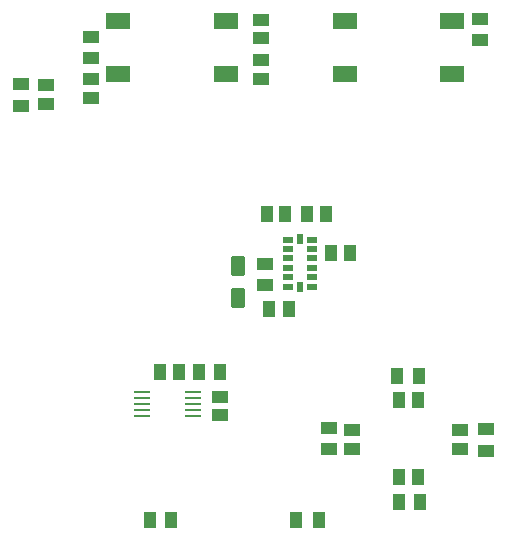
<source format=gtp>
G04*
G04 #@! TF.GenerationSoftware,Altium Limited,Altium Designer,24.3.1 (35)*
G04*
G04 Layer_Color=8421504*
%FSLAX25Y25*%
%MOIN*%
G70*
G04*
G04 #@! TF.SameCoordinates,DE864B26-D939-457F-A8F5-E13979E0EDEB*
G04*
G04*
G04 #@! TF.FilePolarity,Positive*
G04*
G01*
G75*
%ADD15R,0.04291X0.05787*%
%ADD16R,0.08268X0.05512*%
%ADD17R,0.05512X0.04331*%
%ADD18R,0.04331X0.05512*%
%ADD19R,0.04331X0.05709*%
%ADD20R,0.05709X0.04331*%
%ADD21R,0.02202X0.03622*%
%ADD22R,0.03622X0.02202*%
%ADD23R,0.03622X0.02202*%
G04:AMPARAMS|DCode=24|XSize=67.32mil|YSize=48.42mil|CornerRadius=6.05mil|HoleSize=0mil|Usage=FLASHONLY|Rotation=90.000|XOffset=0mil|YOffset=0mil|HoleType=Round|Shape=RoundedRectangle|*
%AMROUNDEDRECTD24*
21,1,0.06732,0.03632,0,0,90.0*
21,1,0.05522,0.04842,0,0,90.0*
1,1,0.01211,0.01816,0.02761*
1,1,0.01211,0.01816,-0.02761*
1,1,0.01211,-0.01816,-0.02761*
1,1,0.01211,-0.01816,0.02761*
%
%ADD24ROUNDEDRECTD24*%
%ADD25R,0.05500X0.00800*%
D15*
X-100299Y-67000D02*
D03*
X-92701D02*
D03*
D16*
X-48204Y81662D02*
D03*
Y99379D02*
D03*
X-84031D02*
D03*
Y81662D02*
D03*
X-159531Y99379D02*
D03*
Y81662D02*
D03*
X-123704D02*
D03*
Y99379D02*
D03*
D17*
X-168617Y73898D02*
D03*
Y80000D02*
D03*
X-81511Y-36953D02*
D03*
Y-43055D02*
D03*
X-45511Y-36953D02*
D03*
Y-43055D02*
D03*
X-183617Y71914D02*
D03*
Y78017D02*
D03*
X-112117Y80217D02*
D03*
Y86320D02*
D03*
Y93769D02*
D03*
Y99871D02*
D03*
X-125500Y-32000D02*
D03*
Y-25898D02*
D03*
X-39117Y100068D02*
D03*
Y93178D02*
D03*
X-168617Y87269D02*
D03*
Y94158D02*
D03*
X-110500Y18445D02*
D03*
Y11555D02*
D03*
D18*
X-59752Y-52500D02*
D03*
X-65854D02*
D03*
X-59752Y-27000D02*
D03*
X-65854D02*
D03*
X-90449Y35000D02*
D03*
X-96551D02*
D03*
X-103949D02*
D03*
X-110051D02*
D03*
X-145551Y-17500D02*
D03*
X-139449D02*
D03*
X-82449Y22000D02*
D03*
X-88551D02*
D03*
X-142055Y-67000D02*
D03*
X-148945D02*
D03*
X-132500Y-17500D02*
D03*
X-125610D02*
D03*
X-102555Y3500D02*
D03*
X-109445D02*
D03*
D19*
X-59063Y-61000D02*
D03*
X-66150D02*
D03*
X-66543Y-19000D02*
D03*
X-59457D02*
D03*
D20*
X-89394Y-43350D02*
D03*
Y-36264D02*
D03*
X-37011Y-36658D02*
D03*
Y-43744D02*
D03*
X-192117Y71225D02*
D03*
Y78312D02*
D03*
D21*
X-99117Y10814D02*
D03*
Y26641D02*
D03*
D22*
X-95141Y10853D02*
D03*
Y14003D02*
D03*
Y17153D02*
D03*
Y20302D02*
D03*
Y23452D02*
D03*
Y26601D02*
D03*
X-103094Y10853D02*
D03*
Y14003D02*
D03*
Y17153D02*
D03*
Y20302D02*
D03*
Y23452D02*
D03*
D23*
Y26601D02*
D03*
D24*
X-119500Y7185D02*
D03*
Y17815D02*
D03*
D25*
X-134517Y-24291D02*
D03*
Y-26261D02*
D03*
Y-28231D02*
D03*
Y-30201D02*
D03*
Y-32171D02*
D03*
X-151717D02*
D03*
Y-30201D02*
D03*
Y-28231D02*
D03*
Y-26261D02*
D03*
Y-24291D02*
D03*
M02*

</source>
